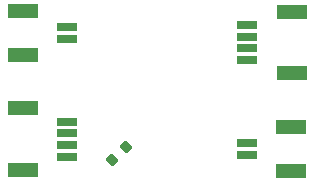
<source format=gbr>
%TF.GenerationSoftware,KiCad,Pcbnew,9.0.1-9.0.1-0~ubuntu24.04.1*%
%TF.CreationDate,2025-04-28T13:39:05+02:00*%
%TF.ProjectId,ILM139C,494c4d31-3339-4432-9e6b-696361645f70,V0.1.0*%
%TF.SameCoordinates,Original*%
%TF.FileFunction,Paste,Bot*%
%TF.FilePolarity,Positive*%
%FSLAX46Y46*%
G04 Gerber Fmt 4.6, Leading zero omitted, Abs format (unit mm)*
G04 Created by KiCad (PCBNEW 9.0.1-9.0.1-0~ubuntu24.04.1) date 2025-04-28 13:39:05*
%MOMM*%
%LPD*%
G01*
G04 APERTURE LIST*
G04 Aperture macros list*
%AMRoundRect*
0 Rectangle with rounded corners*
0 $1 Rounding radius*
0 $2 $3 $4 $5 $6 $7 $8 $9 X,Y pos of 4 corners*
0 Add a 4 corners polygon primitive as box body*
4,1,4,$2,$3,$4,$5,$6,$7,$8,$9,$2,$3,0*
0 Add four circle primitives for the rounded corners*
1,1,$1+$1,$2,$3*
1,1,$1+$1,$4,$5*
1,1,$1+$1,$6,$7*
1,1,$1+$1,$8,$9*
0 Add four rect primitives between the rounded corners*
20,1,$1+$1,$2,$3,$4,$5,0*
20,1,$1+$1,$4,$5,$6,$7,0*
20,1,$1+$1,$6,$7,$8,$9,0*
20,1,$1+$1,$8,$9,$2,$3,0*%
G04 Aperture macros list end*
%ADD10R,1.750000X0.700000*%
%ADD11R,2.550000X1.200000*%
%ADD12RoundRect,0.200000X-0.053033X0.335876X-0.335876X0.053033X0.053033X-0.335876X0.335876X-0.053033X0*%
G04 APERTURE END LIST*
D10*
%TO.C,U3*%
X95340000Y-66458501D03*
X95340000Y-65458501D03*
X95340000Y-64458501D03*
X95340000Y-63458501D03*
D11*
X91560000Y-62348501D03*
X91560000Y-67568501D03*
%TD*%
D10*
%TO.C,U2*%
X110560000Y-55258501D03*
X110560000Y-56258501D03*
X110560000Y-57258501D03*
X110560000Y-58258501D03*
D11*
X114340000Y-59368501D03*
X114340000Y-54148501D03*
%TD*%
D12*
%TO.C,R46*%
X100333363Y-65575138D03*
X99166637Y-66741864D03*
%TD*%
D10*
%TO.C,CN2*%
X110580000Y-66258501D03*
X110580000Y-65258501D03*
D11*
X114320000Y-63908501D03*
X114320000Y-67608501D03*
%TD*%
D10*
%TO.C,CN1*%
X95320000Y-55458501D03*
X95320000Y-56458501D03*
D11*
X91580000Y-57808501D03*
X91580000Y-54108501D03*
%TD*%
M02*

</source>
